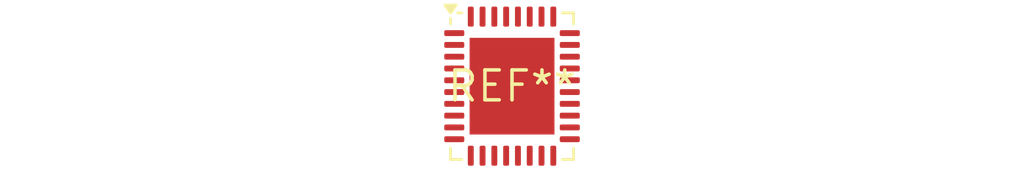
<source format=kicad_pcb>
(kicad_pcb (version 20240108) (generator pcbnew)
  (layers (0 "F.Cu" signal) (31 "B.Cu" signal) (34 "B.Paste" user) (35 "F.Paste" user) (36 "B.SilkS" user "B.Silkscreen") (37 "F.SilkS" user "F.Silkscreen") (38 "B.Mask" user) (39 "F.Mask" user) (44 "Edge.Cuts" user))
  (net 0 "")
  (footprint "QFN-36-1EP_5x6mm_P0.5mm_EP3.6x4.1mm" (layer "F.Cu") (at 0 0)
    (property "Reference" "REF**")
    (property "Value" "QFN-36-1EP_5x6mm_P0.5mm_EP3.6x4.1mm")
    (fp_line (start -2.61 -2.635) (end -2.61 -2.87) (layer "F.SilkS") (stroke (width 0.12)))
    (fp_line (start -2.61 3.11) (end -2.61 2.635) (layer "F.SilkS") (stroke (width 0.12)))
    (fp_line (start -2.135 -3.11) (end -2.31 -3.11) (layer "F.SilkS") (stroke (width 0.12)))
    (fp_line (start -2.135 3.11) (end -2.61 3.11) (layer "F.SilkS") (stroke (width 0.12)))
    (fp_line (start 2.135 -3.11) (end 2.61 -3.11) (layer "F.SilkS") (stroke (width 0.12)))
    (fp_line (start 2.135 3.11) (end 2.61 3.11) (layer "F.SilkS") (stroke (width 0.12)))
    (fp_line (start 2.61 -3.11) (end 2.61 -2.635) (layer "F.SilkS") (stroke (width 0.12)))
    (fp_line (start 2.61 3.11) (end 2.61 2.635) (layer "F.SilkS") (stroke (width 0.12)))
    (fp_poly (pts (xy -2.61 -3.11) (xy -2.85 -3.44) (xy -2.37 -3.44) (xy -2.61 -3.11)) (layer "F.SilkS") (stroke (width 0.12)) (fill solid))
    (pad "1" smd roundrect (at -2.45 -2.25) (size 0.85 0.25) (layers "F.Cu" "F.Paste" "F.Mask"))
    (pad "2" smd roundrect (at -2.45 -1.75) (size 0.85 0.25) (layers "F.Cu" "F.Paste" "F.Mask"))
    (pad "3" smd roundrect (at -2.45 -1.25) (size 0.85 0.25) (layers "F.Cu" "F.Paste" "F.Mask"))
    (pad "4" smd roundrect (at -2.45 -0.75) (size 0.85 0.25) (layers "F.Cu" "F.Paste" "F.Mask"))
    (pad "5" smd roundrect (at -2.45 -0.25) (size 0.85 0.25) (layers "F.Cu" "F.Paste" "F.Mask"))
    (pad "6" smd roundrect (at -2.45 0.25) (size 0.85 0.25) (layers "F.Cu" "F.Paste" "F.Mask"))
    (pad "7" smd roundrect (at -2.45 0.75) (size 0.85 0.25) (layers "F.Cu" "F.Paste" "F.Mask"))
    (pad "8" smd roundrect (at -2.45 1.25) (size 0.85 0.25) (layers "F.Cu" "F.Paste" "F.Mask"))
    (pad "9" smd roundrect (at -2.45 1.75) (size 0.85 0.25) (layers "F.Cu" "F.Paste" "F.Mask"))
    (pad "10" smd roundrect (at -2.45 2.25) (size 0.85 0.25) (layers "F.Cu" "F.Paste" "F.Mask"))
    (pad "11" smd roundrect (at -1.75 2.95) (size 0.25 0.85) (layers "F.Cu" "F.Paste" "F.Mask"))
    (pad "12" smd roundrect (at -1.25 2.95) (size 0.25 0.85) (layers "F.Cu" "F.Paste" "F.Mask"))
    (pad "13" smd roundrect (at -0.75 2.95) (size 0.25 0.85) (layers "F.Cu" "F.Paste" "F.Mask"))
    (pad "14" smd roundrect (at -0.25 2.95) (size 0.25 0.85) (layers "F.Cu" "F.Paste" "F.Mask"))
    (pad "15" smd roundrect (at 0.25 2.95) (size 0.25 0.85) (layers "F.Cu" "F.Paste" "F.Mask"))
    (pad "16" smd roundrect (at 0.75 2.95) (size 0.25 0.85) (layers "F.Cu" "F.Paste" "F.Mask"))
    (pad "17" smd roundrect (at 1.25 2.95) (size 0.25 0.85) (layers "F.Cu" "F.Paste" "F.Mask"))
    (pad "18" smd roundrect (at 1.75 2.95) (size 0.25 0.85) (layers "F.Cu" "F.Paste" "F.Mask"))
    (pad "19" smd roundrect (at 2.45 2.25) (size 0.85 0.25) (layers "F.Cu" "F.Paste" "F.Mask"))
    (pad "20" smd roundrect (at 2.45 1.75) (size 0.85 0.25) (layers "F.Cu" "F.Paste" "F.Mask"))
    (pad "21" smd roundrect (at 2.45 1.25) (size 0.85 0.25) (layers "F.Cu" "F.Paste" "F.Mask"))
    (pad "22" smd roundrect (at 2.45 0.75) (size 0.85 0.25) (layers "F.Cu" "F.Paste" "F.Mask"))
    (pad "23" smd roundrect (at 2.45 0.25) (size 0.85 0.25) (layers "F.Cu" "F.Paste" "F.Mask"))
    (pad "24" smd roundrect (at 2.45 -0.25) (size 0.85 0.25) (layers "F.Cu" "F.Paste" "F.Mask"))
    (pad "25" smd roundrect (at 2.45 -0.75) (size 0.85 0.25) (layers "F.Cu" "F.Paste" "F.Mask"))
    (pad "26" smd roundrect (at 2.45 -1.25) (size 0.85 0.25) (layers "F.Cu" "F.Paste" "F.Mask"))
    (pad "27" smd roundrect (at 2.45 -1.75) (size 0.85 0.25) (layers "F.Cu" "F.Paste" "F.Mask"))
    (pad "28" smd roundrect (at 2.45 -2.25) (size 0.85 0.25) (layers "F.Cu" "F.Paste" "F.Mask"))
    (pad "29" smd roundrect (at 1.75 -2.95) (size 0.25 0.85) (layers "F.Cu" "F.Paste" "F.Mask"))
    (pad "30" smd roundrect (at 1.25 -2.95) (size 0.25 0.85) (layers "F.Cu" "F.Paste" "F.Mask"))
    (pad "31" smd roundrect (at 0.75 -2.95) (size 0.25 0.85) (layers "F.Cu" "F.Paste" "F.Mask"))
    (pad "32" smd roundrect (at 0.25 -2.95) (size 0.25 0.85) (layers "F.Cu" "F.Paste" "F.Mask"))
    (pad "33" smd roundrect (at -0.25 -2.95) (size 0.25 0.85) (layers "F.Cu" "F.Paste" "F.Mask"))
    (pad "34" smd roundrect (at -0.75 -2.95) (size 0.25 0.85) (layers "F.Cu" "F.Paste" "F.Mask"))
    (pad "35" smd roundrect (at -1.25 -2.95) (size 0.25 0.85) (layers "F.Cu" "F.Paste" "F.Mask"))
    (pad "36" smd roundrect (at -1.75 -2.95) (size 0.25 0.85) (layers "F.Cu" "F.Paste" "F.Mask"))
    (pad "37" smd rect (at 0 0) (size 3.6 4.1) (property pad_prop_heatsink) (layers "F.Cu" "F.Mask"))
  )
)
</source>
